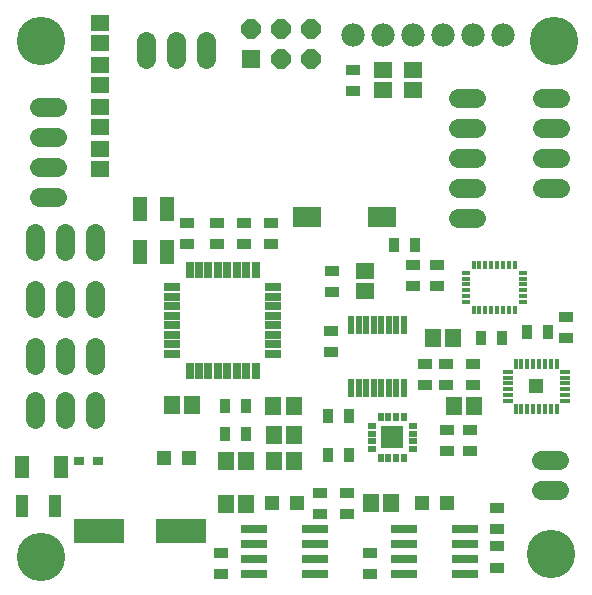
<source format=gts>
G75*
G70*
%OFA0B0*%
%FSLAX24Y24*%
%IPPOS*%
%LPD*%
%AMOC8*
5,1,8,0,0,1.08239X$1,22.5*
%
%ADD10C,0.1615*%
%ADD11R,0.0906X0.0276*%
%ADD12R,0.0512X0.0355*%
%ADD13R,0.0512X0.0512*%
%ADD14R,0.0552X0.0631*%
%ADD15R,0.0260X0.0540*%
%ADD16R,0.0540X0.0260*%
%ADD17R,0.0946X0.0670*%
%ADD18R,0.0473X0.0788*%
%ADD19R,0.0355X0.0512*%
%ADD20C,0.0780*%
%ADD21R,0.0640X0.0640*%
%ADD22OC8,0.0640*%
%ADD23R,0.0729X0.0729*%
%ADD24R,0.0296X0.0186*%
%ADD25R,0.0186X0.0296*%
%ADD26R,0.0138X0.0276*%
%ADD27R,0.0276X0.0138*%
%ADD28R,0.0631X0.0552*%
%ADD29R,0.0355X0.0138*%
%ADD30R,0.0138X0.0355*%
%ADD31R,0.0472X0.0472*%
%ADD32C,0.0640*%
%ADD33C,0.0634*%
%ADD34R,0.0217X0.0631*%
%ADD35R,0.0512X0.0749*%
%ADD36R,0.0375X0.0316*%
%ADD37R,0.0434X0.0749*%
%ADD38R,0.1674X0.0788*%
D10*
X003078Y001662D03*
X020078Y001737D03*
X020178Y018837D03*
X003078Y018837D03*
D11*
X010154Y002587D03*
X010154Y002087D03*
X010154Y001587D03*
X010154Y001087D03*
X012201Y001087D03*
X012201Y001587D03*
X012201Y002087D03*
X012201Y002587D03*
X015154Y002587D03*
X015154Y002087D03*
X015154Y001587D03*
X015154Y001087D03*
X017201Y001087D03*
X017201Y001587D03*
X017201Y002087D03*
X017201Y002587D03*
D12*
X018278Y002582D03*
X018283Y002001D03*
X018283Y001292D03*
X018278Y003291D03*
X017383Y005178D03*
X017383Y005887D03*
X016588Y005886D03*
X016588Y005177D03*
X016578Y007382D03*
X015878Y007382D03*
X015878Y008091D03*
X016578Y008091D03*
X017478Y008091D03*
X017478Y007382D03*
X020583Y008935D03*
X020583Y009644D03*
X016272Y010680D03*
X016272Y011389D03*
X015466Y011389D03*
X015466Y010680D03*
X012778Y010482D03*
X012778Y011191D03*
X012722Y009191D03*
X012722Y008482D03*
X010723Y012077D03*
X010723Y012786D03*
X009823Y012786D03*
X009823Y012077D03*
X008923Y012077D03*
X008923Y012786D03*
X007923Y012786D03*
X007923Y012077D03*
X013478Y017182D03*
X013478Y017891D03*
X013278Y003791D03*
X013278Y003082D03*
X012378Y003082D03*
X012378Y003791D03*
X014038Y001791D03*
X014038Y001082D03*
X009078Y001082D03*
X009078Y001791D03*
D13*
X010764Y003437D03*
X011591Y003437D03*
X007996Y004952D03*
X007169Y004952D03*
X015764Y003437D03*
X016591Y003437D03*
D14*
X014737Y003443D03*
X014068Y003443D03*
X011512Y004852D03*
X010843Y004852D03*
X010830Y005732D03*
X011499Y005732D03*
X011487Y006679D03*
X010818Y006679D03*
X009912Y004847D03*
X009243Y004847D03*
X009238Y003432D03*
X009907Y003432D03*
X008097Y006702D03*
X007428Y006702D03*
X016143Y008937D03*
X016812Y008937D03*
X016830Y006682D03*
X017499Y006682D03*
D15*
X010225Y007842D03*
X009910Y007842D03*
X009595Y007842D03*
X009280Y007842D03*
X008965Y007842D03*
X008650Y007842D03*
X008335Y007842D03*
X008020Y007842D03*
X008020Y011222D03*
X008335Y011222D03*
X008650Y011222D03*
X008965Y011222D03*
X009280Y011222D03*
X009595Y011222D03*
X009910Y011222D03*
X010225Y011222D03*
D16*
X010813Y010634D03*
X010813Y010319D03*
X010813Y010004D03*
X010813Y009689D03*
X010813Y009374D03*
X010813Y009059D03*
X010813Y008744D03*
X010813Y008429D03*
X007433Y008429D03*
X007433Y008744D03*
X007433Y009059D03*
X007433Y009374D03*
X007433Y009689D03*
X007433Y010004D03*
X007433Y010319D03*
X007433Y010634D03*
D17*
X011948Y012992D03*
X014428Y012992D03*
D18*
X007275Y013260D03*
X006370Y013260D03*
X006370Y011803D03*
X007275Y011803D03*
D19*
X009208Y006692D03*
X009917Y006692D03*
X009917Y005737D03*
X009208Y005737D03*
X012623Y006337D03*
X013332Y006337D03*
X013332Y005037D03*
X012623Y005037D03*
X017723Y008937D03*
X018432Y008937D03*
X019266Y009162D03*
X019975Y009162D03*
X015532Y012037D03*
X014823Y012037D03*
D20*
X014478Y019037D03*
X013478Y019037D03*
X015478Y019037D03*
X016478Y019037D03*
X017478Y019037D03*
X018478Y019037D03*
D21*
X010078Y018237D03*
D22*
X010078Y019237D03*
X011078Y019237D03*
X012078Y019237D03*
X012078Y018237D03*
X011078Y018237D03*
D23*
X014778Y005637D03*
D24*
X015467Y005765D03*
X015467Y006021D03*
X015467Y005509D03*
X015467Y005253D03*
X014089Y005253D03*
X014089Y005509D03*
X014089Y005765D03*
X014089Y006021D03*
D25*
X014394Y006326D03*
X014650Y006326D03*
X014906Y006326D03*
X015162Y006326D03*
X015162Y004948D03*
X014906Y004948D03*
X014650Y004948D03*
X014394Y004948D03*
D26*
X017486Y009879D03*
X017682Y009879D03*
X017879Y009879D03*
X018076Y009879D03*
X018273Y009879D03*
X018470Y009879D03*
X018667Y009879D03*
X018864Y009879D03*
X018864Y011395D03*
X018667Y011395D03*
X018470Y011395D03*
X018273Y011395D03*
X018076Y011395D03*
X017879Y011395D03*
X017682Y011395D03*
X017486Y011395D03*
D27*
X017220Y011129D03*
X017220Y010932D03*
X017220Y010735D03*
X017220Y010538D03*
X017220Y010341D03*
X017220Y010145D03*
X019129Y010145D03*
X019129Y010341D03*
X019129Y010538D03*
X019129Y010735D03*
X019129Y010932D03*
X019129Y011129D03*
D28*
X013878Y011171D03*
X013878Y010502D03*
X014478Y017202D03*
X014478Y017871D03*
X015478Y017871D03*
X015478Y017202D03*
X005038Y017396D03*
X005038Y018065D03*
X005038Y018796D03*
X005038Y019465D03*
X005038Y016645D03*
X005038Y015976D03*
X005038Y015245D03*
X005038Y014576D03*
D29*
X018620Y007829D03*
X018620Y007632D03*
X018620Y007435D03*
X018620Y007238D03*
X018620Y007041D03*
X018620Y006845D03*
X020529Y006845D03*
X020529Y007041D03*
X020529Y007238D03*
X020529Y007435D03*
X020529Y007632D03*
X020529Y007829D03*
D30*
X020264Y008095D03*
X020067Y008095D03*
X019870Y008095D03*
X019673Y008095D03*
X019476Y008095D03*
X019279Y008095D03*
X019082Y008095D03*
X018886Y008095D03*
X018886Y006579D03*
X019082Y006579D03*
X019279Y006579D03*
X019476Y006579D03*
X019673Y006579D03*
X019870Y006579D03*
X020067Y006579D03*
X020264Y006579D03*
D31*
X019578Y007337D03*
D32*
X019748Y004887D02*
X020348Y004887D01*
X020348Y003887D02*
X019748Y003887D01*
X017578Y012937D02*
X016978Y012937D01*
X016978Y013937D02*
X017578Y013937D01*
X017578Y014937D02*
X016978Y014937D01*
X016978Y015937D02*
X017578Y015937D01*
X017578Y016937D02*
X016978Y016937D01*
X019778Y016937D02*
X020378Y016937D01*
X020378Y015937D02*
X019778Y015937D01*
X019778Y014937D02*
X020378Y014937D01*
X020378Y013937D02*
X019778Y013937D01*
X004878Y012437D02*
X004878Y011837D01*
X003878Y011837D02*
X003878Y012437D01*
X002878Y012437D02*
X002878Y011837D01*
X002878Y010537D02*
X002878Y009937D01*
X003878Y009937D02*
X003878Y010537D01*
X004878Y010537D02*
X004878Y009937D01*
X004878Y008637D02*
X004878Y008037D01*
X003878Y008037D02*
X003878Y008637D01*
X002878Y008637D02*
X002878Y008037D01*
X002878Y006837D02*
X002878Y006237D01*
X003878Y006237D02*
X003878Y006837D01*
X004878Y006837D02*
X004878Y006237D01*
X003598Y013637D02*
X002998Y013637D01*
X002998Y014637D02*
X003598Y014637D01*
X003598Y015637D02*
X002998Y015637D01*
X002998Y016637D02*
X003598Y016637D01*
D33*
X006578Y018240D02*
X006578Y018834D01*
X007578Y018834D02*
X007578Y018240D01*
X008578Y018240D02*
X008578Y018834D01*
D34*
X013403Y009396D03*
X013653Y009396D03*
X013903Y009396D03*
X014153Y009396D03*
X014403Y009396D03*
X014653Y009396D03*
X014903Y009396D03*
X015153Y009396D03*
X015153Y007278D03*
X014903Y007278D03*
X014653Y007278D03*
X014403Y007278D03*
X014153Y007278D03*
X013903Y007278D03*
X013653Y007278D03*
X013403Y007278D03*
D35*
X003727Y004637D03*
X002428Y004637D03*
D36*
X004323Y004837D03*
X004953Y004837D03*
D37*
X003529Y003337D03*
X002427Y003337D03*
D38*
X004990Y002517D03*
X007746Y002517D03*
M02*

</source>
